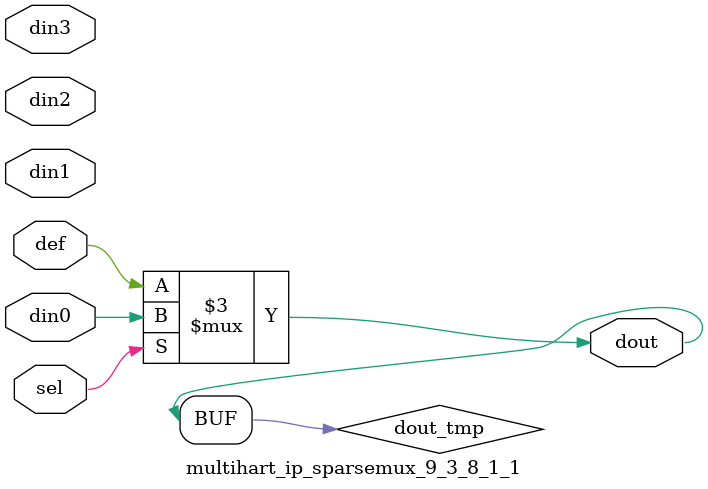
<source format=v>
`timescale 1ns / 1ps

module multihart_ip_sparsemux_9_3_8_1_1 (din0,din1,din2,din3,def,sel,dout);

parameter din0_WIDTH = 1;

parameter din1_WIDTH = 1;

parameter din2_WIDTH = 1;

parameter din3_WIDTH = 1;

parameter def_WIDTH = 1;
parameter sel_WIDTH = 1;
parameter dout_WIDTH = 1;

parameter [sel_WIDTH-1:0] CASE0 = 1;

parameter [sel_WIDTH-1:0] CASE1 = 1;

parameter [sel_WIDTH-1:0] CASE2 = 1;

parameter [sel_WIDTH-1:0] CASE3 = 1;

parameter ID = 1;
parameter NUM_STAGE = 1;



input [din0_WIDTH-1:0] din0;

input [din1_WIDTH-1:0] din1;

input [din2_WIDTH-1:0] din2;

input [din3_WIDTH-1:0] din3;

input [def_WIDTH-1:0] def;
input [sel_WIDTH-1:0] sel;

output [dout_WIDTH-1:0] dout;



reg [dout_WIDTH-1:0] dout_tmp;


always @ (*) begin
(* parallel_case *) case (sel)
    
    CASE0 : dout_tmp = din0;
    
    CASE1 : dout_tmp = din1;
    
    CASE2 : dout_tmp = din2;
    
    CASE3 : dout_tmp = din3;
    
    default : dout_tmp = def;
endcase
end


assign dout = dout_tmp;



endmodule

</source>
